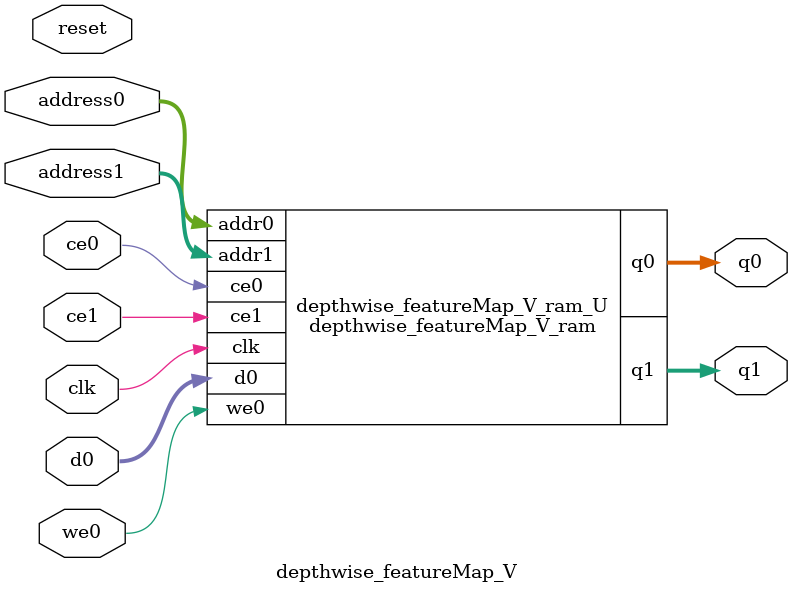
<source format=v>
`timescale 1 ns / 1 ps
module depthwise_featureMap_V_ram (addr0, ce0, d0, we0, q0, addr1, ce1, q1,  clk);

parameter DWIDTH = 4;
parameter AWIDTH = 18;
parameter MEM_SIZE = 258048;

input[AWIDTH-1:0] addr0;
input ce0;
input[DWIDTH-1:0] d0;
input we0;
output reg[DWIDTH-1:0] q0;
input[AWIDTH-1:0] addr1;
input ce1;
output reg[DWIDTH-1:0] q1;
input clk;

reg [DWIDTH-1:0] ram0[0:MEM_SIZE-1];



always @(posedge clk)  
begin 
    if (ce0) begin
        if (we0) 
            ram0[addr0] <= d0; 
        q0 <= ram0[addr0];
    end
end


always @(posedge clk)  
begin 
    if (ce1) begin
        q1 <= ram0[addr1];
    end
end


endmodule

`timescale 1 ns / 1 ps
module depthwise_featureMap_V(
    reset,
    clk,
    address0,
    ce0,
    we0,
    d0,
    q0,
    address1,
    ce1,
    q1);

parameter DataWidth = 32'd4;
parameter AddressRange = 32'd258048;
parameter AddressWidth = 32'd18;
input reset;
input clk;
input[AddressWidth - 1:0] address0;
input ce0;
input we0;
input[DataWidth - 1:0] d0;
output[DataWidth - 1:0] q0;
input[AddressWidth - 1:0] address1;
input ce1;
output[DataWidth - 1:0] q1;



depthwise_featureMap_V_ram depthwise_featureMap_V_ram_U(
    .clk( clk ),
    .addr0( address0 ),
    .ce0( ce0 ),
    .we0( we0 ),
    .d0( d0 ),
    .q0( q0 ),
    .addr1( address1 ),
    .ce1( ce1 ),
    .q1( q1 ));

endmodule


</source>
